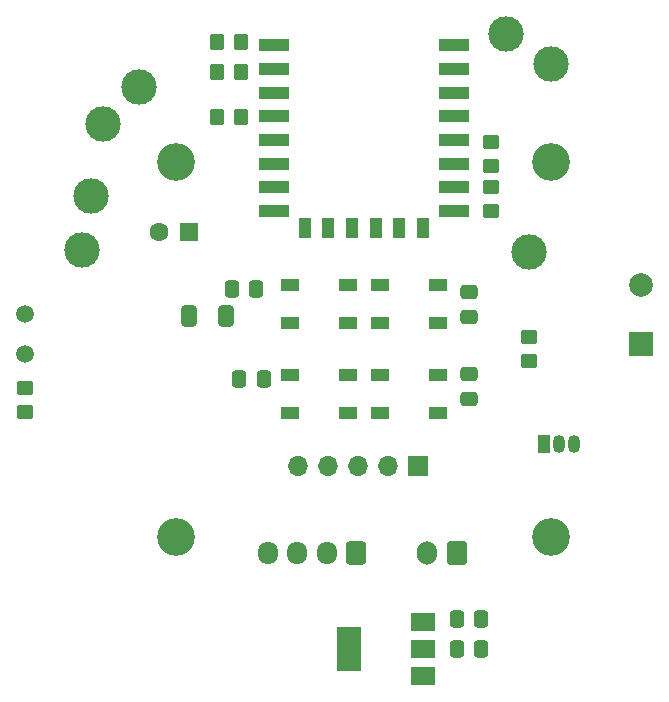
<source format=gbr>
%TF.GenerationSoftware,KiCad,Pcbnew,(6.0.1)*%
%TF.CreationDate,2022-02-03T22:35:59+01:00*%
%TF.ProjectId,ESP8266_12F_BASIC,45535038-3236-4365-9f31-32465f424153,rev?*%
%TF.SameCoordinates,Original*%
%TF.FileFunction,Soldermask,Top*%
%TF.FilePolarity,Negative*%
%FSLAX46Y46*%
G04 Gerber Fmt 4.6, Leading zero omitted, Abs format (unit mm)*
G04 Created by KiCad (PCBNEW (6.0.1)) date 2022-02-03 22:35:59*
%MOMM*%
%LPD*%
G01*
G04 APERTURE LIST*
G04 Aperture macros list*
%AMRoundRect*
0 Rectangle with rounded corners*
0 $1 Rounding radius*
0 $2 $3 $4 $5 $6 $7 $8 $9 X,Y pos of 4 corners*
0 Add a 4 corners polygon primitive as box body*
4,1,4,$2,$3,$4,$5,$6,$7,$8,$9,$2,$3,0*
0 Add four circle primitives for the rounded corners*
1,1,$1+$1,$2,$3*
1,1,$1+$1,$4,$5*
1,1,$1+$1,$6,$7*
1,1,$1+$1,$8,$9*
0 Add four rect primitives between the rounded corners*
20,1,$1+$1,$2,$3,$4,$5,0*
20,1,$1+$1,$4,$5,$6,$7,0*
20,1,$1+$1,$6,$7,$8,$9,0*
20,1,$1+$1,$8,$9,$2,$3,0*%
G04 Aperture macros list end*
%ADD10RoundRect,0.250000X0.350000X0.450000X-0.350000X0.450000X-0.350000X-0.450000X0.350000X-0.450000X0*%
%ADD11C,3.000000*%
%ADD12R,1.500000X1.000000*%
%ADD13R,2.000000X1.500000*%
%ADD14R,2.000000X3.800000*%
%ADD15C,3.200000*%
%ADD16RoundRect,0.250000X0.450000X-0.350000X0.450000X0.350000X-0.450000X0.350000X-0.450000X-0.350000X0*%
%ADD17RoundRect,0.250000X-0.412500X-0.650000X0.412500X-0.650000X0.412500X0.650000X-0.412500X0.650000X0*%
%ADD18R,1.600000X1.600000*%
%ADD19C,1.600000*%
%ADD20R,1.700000X1.700000*%
%ADD21O,1.700000X1.700000*%
%ADD22RoundRect,0.250000X0.337500X0.475000X-0.337500X0.475000X-0.337500X-0.475000X0.337500X-0.475000X0*%
%ADD23C,1.500000*%
%ADD24RoundRect,0.250000X-0.337500X-0.475000X0.337500X-0.475000X0.337500X0.475000X-0.337500X0.475000X0*%
%ADD25R,1.050000X1.500000*%
%ADD26O,1.050000X1.500000*%
%ADD27RoundRect,0.250000X-0.475000X0.337500X-0.475000X-0.337500X0.475000X-0.337500X0.475000X0.337500X0*%
%ADD28R,2.500000X1.000000*%
%ADD29R,1.000000X1.800000*%
%ADD30R,2.000000X2.000000*%
%ADD31C,2.000000*%
%ADD32RoundRect,0.250000X0.600000X0.750000X-0.600000X0.750000X-0.600000X-0.750000X0.600000X-0.750000X0*%
%ADD33O,1.700000X2.000000*%
%ADD34RoundRect,0.250000X0.600000X0.725000X-0.600000X0.725000X-0.600000X-0.725000X0.600000X-0.725000X0*%
%ADD35O,1.700000X1.950000*%
G04 APERTURE END LIST*
D10*
%TO.C,R4*%
X141970000Y-81915000D03*
X139970000Y-81915000D03*
%TD*%
D11*
%TO.C,TP5*%
X130302000Y-82550000D03*
%TD*%
D12*
%TO.C,D2*%
X153760000Y-96190000D03*
X153760000Y-99390000D03*
X158660000Y-99390000D03*
X158660000Y-96190000D03*
%TD*%
%TO.C,D1*%
X146140000Y-96190000D03*
X146140000Y-99390000D03*
X151040000Y-99390000D03*
X151040000Y-96190000D03*
%TD*%
D13*
%TO.C,U2*%
X157455000Y-129300000D03*
X157455000Y-127000000D03*
D14*
X151155000Y-127000000D03*
D13*
X157455000Y-124700000D03*
%TD*%
D15*
%TO.C,H3*%
X136525000Y-117475000D03*
%TD*%
D16*
%TO.C,R6*%
X163195000Y-89900000D03*
X163195000Y-87900000D03*
%TD*%
D11*
%TO.C,TP4*%
X128524000Y-93218000D03*
%TD*%
D17*
%TO.C,C4*%
X137629500Y-98806000D03*
X140754500Y-98806000D03*
%TD*%
D18*
%TO.C,C3*%
X137580379Y-91694000D03*
D19*
X135080379Y-91694000D03*
%TD*%
D20*
%TO.C,J3*%
X156972000Y-111506000D03*
D21*
X154432000Y-111506000D03*
X151892000Y-111506000D03*
X149352000Y-111506000D03*
X146812000Y-111506000D03*
%TD*%
D15*
%TO.C,H1*%
X136525000Y-85725000D03*
%TD*%
D22*
%TO.C,C5*%
X143277500Y-96520000D03*
X141202500Y-96520000D03*
%TD*%
D23*
%TO.C,R1*%
X123698000Y-102030000D03*
X123698000Y-98630000D03*
%TD*%
D16*
%TO.C,R7*%
X166370000Y-102600000D03*
X166370000Y-100600000D03*
%TD*%
D15*
%TO.C,H4*%
X168275000Y-117475000D03*
%TD*%
D24*
%TO.C,C1*%
X160252500Y-124460000D03*
X162327500Y-124460000D03*
%TD*%
D11*
%TO.C,TP2*%
X164465000Y-74930000D03*
%TD*%
D16*
%TO.C,R5*%
X163195000Y-86090000D03*
X163195000Y-84090000D03*
%TD*%
D22*
%TO.C,C7*%
X143912500Y-104140000D03*
X141837500Y-104140000D03*
%TD*%
D25*
%TO.C,Q1*%
X167640000Y-109580000D03*
D26*
X168910000Y-109580000D03*
X170180000Y-109580000D03*
%TD*%
D27*
%TO.C,C6*%
X161290000Y-96752500D03*
X161290000Y-98827500D03*
%TD*%
%TO.C,C8*%
X161290000Y-103737500D03*
X161290000Y-105812500D03*
%TD*%
D16*
%TO.C,R2*%
X123698000Y-106918000D03*
X123698000Y-104918000D03*
%TD*%
D10*
%TO.C,R3*%
X141970000Y-75565000D03*
X139970000Y-75565000D03*
%TD*%
D11*
%TO.C,TP3*%
X166370000Y-93345000D03*
%TD*%
D15*
%TO.C,H2*%
X168275000Y-85725000D03*
%TD*%
D11*
%TO.C,TP7*%
X133350000Y-79375000D03*
%TD*%
D24*
%TO.C,C2*%
X160252500Y-127000000D03*
X162327500Y-127000000D03*
%TD*%
D11*
%TO.C,TP6*%
X129286000Y-88646000D03*
%TD*%
D28*
%TO.C,U1*%
X144800000Y-75875000D03*
X144800000Y-77875000D03*
X144800000Y-79875000D03*
X144800000Y-81875000D03*
X144800000Y-83875000D03*
X144800000Y-85875000D03*
X144800000Y-87875000D03*
X144800000Y-89875000D03*
D29*
X147400000Y-91375000D03*
X149400000Y-91375000D03*
X151400000Y-91375000D03*
X153400000Y-91375000D03*
X155400000Y-91375000D03*
X157400000Y-91375000D03*
D28*
X160000000Y-89875000D03*
X160000000Y-87875000D03*
X160000000Y-85875000D03*
X160000000Y-83875000D03*
X160000000Y-81875000D03*
X160000000Y-79875000D03*
X160000000Y-77875000D03*
X160000000Y-75875000D03*
%TD*%
D12*
%TO.C,D4*%
X153760000Y-103810000D03*
X153760000Y-107010000D03*
X158660000Y-107010000D03*
X158660000Y-103810000D03*
%TD*%
D11*
%TO.C,TP1*%
X168275000Y-77470000D03*
%TD*%
D12*
%TO.C,D3*%
X146140000Y-103810000D03*
X146140000Y-107010000D03*
X151040000Y-107010000D03*
X151040000Y-103810000D03*
%TD*%
D10*
%TO.C,R2*%
X141970000Y-78105000D03*
X139970000Y-78105000D03*
%TD*%
D30*
%TO.C,BZ1*%
X175895000Y-101176785D03*
D31*
X175895000Y-96176785D03*
%TD*%
D32*
%TO.C,J1*%
X160254000Y-118872000D03*
D33*
X157754000Y-118872000D03*
%TD*%
D34*
%TO.C,J2*%
X151765000Y-118872000D03*
D35*
X149265000Y-118872000D03*
X146765000Y-118872000D03*
X144265000Y-118872000D03*
%TD*%
M02*

</source>
